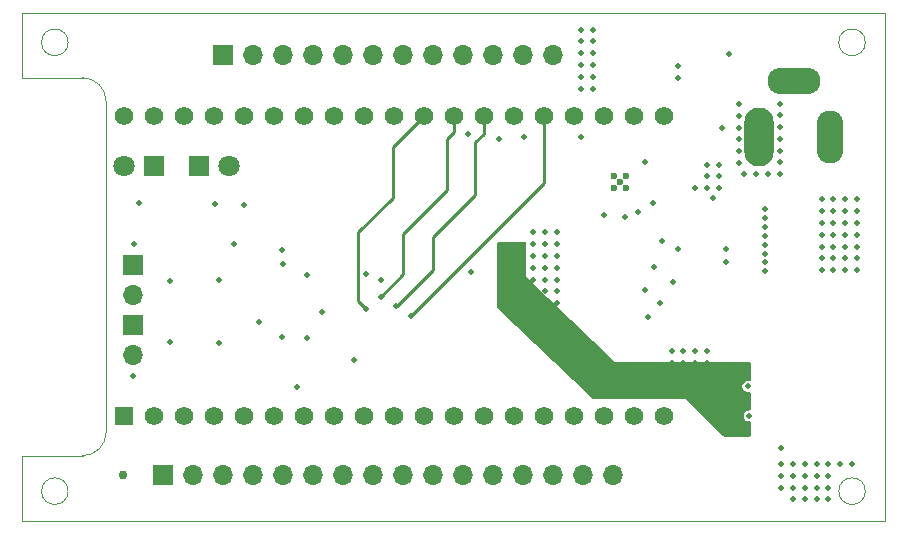
<source format=gbr>
G04 #@! TF.GenerationSoftware,KiCad,Pcbnew,5.99.0-unknown-308ab8caf~106~ubuntu18.04.1*
G04 #@! TF.CreationDate,2020-12-14T20:09:40-08:00*
G04 #@! TF.ProjectId,signal-board,7369676e-616c-42d6-926f-6172642e6b69,rev?*
G04 #@! TF.SameCoordinates,Original*
G04 #@! TF.FileFunction,Copper,L2,Inr*
G04 #@! TF.FilePolarity,Positive*
%FSLAX46Y46*%
G04 Gerber Fmt 4.6, Leading zero omitted, Abs format (unit mm)*
G04 Created by KiCad (PCBNEW 5.99.0-unknown-308ab8caf~106~ubuntu18.04.1) date 2020-12-14 20:09:40*
%MOMM*%
%LPD*%
G01*
G04 APERTURE LIST*
G04 #@! TA.AperFunction,Profile*
%ADD10C,0.100000*%
G04 #@! TD*
G04 #@! TA.AperFunction,Profile*
%ADD11C,0.120000*%
G04 #@! TD*
G04 #@! TA.AperFunction,ComponentPad*
%ADD12R,1.700000X1.700000*%
G04 #@! TD*
G04 #@! TA.AperFunction,ComponentPad*
%ADD13O,1.700000X1.700000*%
G04 #@! TD*
G04 #@! TA.AperFunction,ComponentPad*
%ADD14O,2.500000X5.000000*%
G04 #@! TD*
G04 #@! TA.AperFunction,ComponentPad*
%ADD15O,2.250000X4.500000*%
G04 #@! TD*
G04 #@! TA.AperFunction,ComponentPad*
%ADD16O,4.500000X2.250000*%
G04 #@! TD*
G04 #@! TA.AperFunction,ComponentPad*
%ADD17R,1.560000X1.560000*%
G04 #@! TD*
G04 #@! TA.AperFunction,ComponentPad*
%ADD18C,1.560000*%
G04 #@! TD*
G04 #@! TA.AperFunction,ComponentPad*
%ADD19R,1.800000X1.800000*%
G04 #@! TD*
G04 #@! TA.AperFunction,ComponentPad*
%ADD20C,1.800000*%
G04 #@! TD*
G04 #@! TA.AperFunction,ComponentPad*
%ADD21C,0.600000*%
G04 #@! TD*
G04 #@! TA.AperFunction,ViaPad*
%ADD22C,0.508000*%
G04 #@! TD*
G04 #@! TA.AperFunction,ViaPad*
%ADD23C,0.750000*%
G04 #@! TD*
G04 #@! TA.AperFunction,Conductor*
%ADD24C,0.254000*%
G04 #@! TD*
G04 APERTURE END LIST*
D10*
X170300000Y-141000000D02*
X170300000Y-98000000D01*
X170300000Y-141000000D02*
X97300000Y-141000000D01*
X97300000Y-135500000D02*
X97300000Y-141000000D01*
X104400000Y-133500000D02*
G75*
G02*
X102400000Y-135500000I-2000000J0D01*
G01*
X104400000Y-133500000D02*
X104400000Y-105500000D01*
X97300000Y-98000000D02*
X97300000Y-103500000D01*
D11*
X101175000Y-138500000D02*
G75*
G03*
X101175000Y-138500000I-1125000J0D01*
G01*
D10*
X102400000Y-103500000D02*
G75*
G02*
X104400000Y-105500000I0J-2000000D01*
G01*
D11*
X101175000Y-100500000D02*
G75*
G03*
X101175000Y-100500000I-1125000J0D01*
G01*
X97300000Y-98000000D02*
X170300000Y-98000000D01*
X168675000Y-138500000D02*
G75*
G03*
X168675000Y-138500000I-1125000J0D01*
G01*
D10*
X102400000Y-135500000D02*
X97300000Y-135500000D01*
D11*
X168675000Y-100500000D02*
G75*
G03*
X168675000Y-100500000I-1125000J0D01*
G01*
D10*
X102400000Y-103500000D02*
X97300000Y-103500000D01*
D12*
G04 #@! TO.N,+3V3*
G04 #@! TO.C,J4*
X109220000Y-137160000D03*
D13*
G04 #@! TO.N,/en*
X111760000Y-137160000D03*
G04 #@! TO.N,/sensor_vp*
X114300000Y-137160000D03*
G04 #@! TO.N,/sensor_vn*
X116840000Y-137160000D03*
G04 #@! TO.N,/io34*
X119380000Y-137160000D03*
G04 #@! TO.N,/io35*
X121920000Y-137160000D03*
G04 #@! TO.N,/io25*
X124460000Y-137160000D03*
G04 #@! TO.N,/uart_tx*
X127000000Y-137160000D03*
G04 #@! TO.N,/uart_rx*
X129540000Y-137160000D03*
G04 #@! TO.N,/vspi_mosi*
X132080000Y-137160000D03*
G04 #@! TO.N,/vspi_miso*
X134620000Y-137160000D03*
G04 #@! TO.N,/vspi_clk*
X137160000Y-137160000D03*
G04 #@! TO.N,/vspi_cs*
X139700000Y-137160000D03*
G04 #@! TO.N,GND*
X142240000Y-137160000D03*
G04 #@! TO.N,+5V*
X144780000Y-137160000D03*
G04 #@! TO.N,/3-12V_UNFUSED*
X147320000Y-137160000D03*
G04 #@! TD*
D14*
G04 #@! TO.N,/3-12V_UNFUSED*
G04 #@! TO.C,J1*
X159675000Y-108475000D03*
D15*
G04 #@! TO.N,GND*
X165675000Y-108475000D03*
D16*
X162675000Y-103775000D03*
G04 #@! TD*
D12*
G04 #@! TO.N,/i2c_scl*
G04 #@! TO.C,J2*
X114300000Y-101600000D03*
D13*
G04 #@! TO.N,/i2c_sda*
X116840000Y-101600000D03*
G04 #@! TO.N,GND*
X119380000Y-101600000D03*
G04 #@! TO.N,/pixels_8*
X121920000Y-101600000D03*
G04 #@! TO.N,/pixels_7*
X124460000Y-101600000D03*
G04 #@! TO.N,/pixels_6*
X127000000Y-101600000D03*
G04 #@! TO.N,/pixels_5*
X129540000Y-101600000D03*
G04 #@! TO.N,/pixels_4*
X132080000Y-101600000D03*
G04 #@! TO.N,/pixels_3*
X134620000Y-101600000D03*
G04 #@! TO.N,/pixels_2*
X137160000Y-101600000D03*
G04 #@! TO.N,/pixels_1*
X139700000Y-101600000D03*
G04 #@! TO.N,GND*
X142240000Y-101600000D03*
G04 #@! TD*
D17*
G04 #@! TO.N,+3V3*
G04 #@! TO.C,U2*
X105890000Y-132100000D03*
D18*
G04 #@! TO.N,/en*
X108430000Y-132100000D03*
G04 #@! TO.N,/sensor_vp*
X110970000Y-132100000D03*
G04 #@! TO.N,/sensor_vn*
X113510000Y-132100000D03*
G04 #@! TO.N,/io34*
X116050000Y-132100000D03*
G04 #@! TO.N,/io35*
X118590000Y-132100000D03*
G04 #@! TO.N,N/C*
X121130000Y-132100000D03*
X123670000Y-132100000D03*
G04 #@! TO.N,/io25*
X126210000Y-132100000D03*
G04 #@! TO.N,/level_shift_4*
X128750000Y-132100000D03*
G04 #@! TO.N,/level_shift_3*
X131290000Y-132100000D03*
G04 #@! TO.N,/status_led*
X133830000Y-132100000D03*
G04 #@! TO.N,/level_shift_2*
X136370000Y-132100000D03*
G04 #@! TO.N,GND*
X138910000Y-132100000D03*
G04 #@! TO.N,/level_shift_1*
X141450000Y-132100000D03*
G04 #@! TO.N,N/C*
X143990000Y-132100000D03*
X146530000Y-132100000D03*
X149070000Y-132100000D03*
G04 #@! TO.N,+5V*
X151610000Y-132100000D03*
G04 #@! TO.N,GND*
X105890000Y-106700000D03*
G04 #@! TO.N,/vspi_mosi*
X108430000Y-106700000D03*
G04 #@! TO.N,/i2c_scl*
X110970000Y-106700000D03*
G04 #@! TO.N,/uart_tx*
X113510000Y-106700000D03*
G04 #@! TO.N,/uart_rx*
X116050000Y-106700000D03*
G04 #@! TO.N,/i2c_sda*
X118590000Y-106700000D03*
G04 #@! TO.N,GND*
X121130000Y-106700000D03*
G04 #@! TO.N,/vspi_miso*
X123670000Y-106700000D03*
G04 #@! TO.N,/vspi_clk*
X126210000Y-106700000D03*
G04 #@! TO.N,/vspi_cs*
X128750000Y-106700000D03*
G04 #@! TO.N,/level_shift_8*
X131290000Y-106700000D03*
G04 #@! TO.N,/level_shift_7*
X133830000Y-106700000D03*
G04 #@! TO.N,/level_shift_6*
X136370000Y-106700000D03*
G04 #@! TO.N,/button_2*
X138910000Y-106700000D03*
G04 #@! TO.N,/level_shift_5*
X141450000Y-106700000D03*
G04 #@! TO.N,/button_1*
X143990000Y-106700000D03*
G04 #@! TO.N,N/C*
X146530000Y-106700000D03*
X149070000Y-106700000D03*
X151610000Y-106700000D03*
G04 #@! TD*
D19*
G04 #@! TO.N,Net-(D2-Pad1)*
G04 #@! TO.C,D2*
X112268000Y-110998000D03*
D20*
G04 #@! TO.N,/status_led*
X114808000Y-110998000D03*
G04 #@! TD*
D19*
G04 #@! TO.N,Net-(D1-Pad1)*
G04 #@! TO.C,D1*
X108458000Y-110998000D03*
D20*
G04 #@! TO.N,+3V3*
X105918000Y-110998000D03*
G04 #@! TD*
D12*
G04 #@! TO.N,GND*
G04 #@! TO.C,J5*
X106680000Y-124460000D03*
D13*
G04 #@! TO.N,Net-(J5-Pad2)*
X106680000Y-127000000D03*
G04 #@! TD*
D21*
G04 #@! TO.N,GND*
G04 #@! TO.C,U1*
X147917100Y-112320600D03*
X147417100Y-112820600D03*
X148417100Y-112820600D03*
X148417100Y-111820600D03*
X147417100Y-111820600D03*
G04 #@! TD*
D12*
G04 #@! TO.N,GND*
G04 #@! TO.C,J6*
X106680000Y-119380000D03*
D13*
G04 #@! TO.N,Net-(J6-Pad2)*
X106680000Y-121920000D03*
G04 #@! TD*
D22*
G04 #@! TO.N,GND*
X155273000Y-126644400D03*
X140579600Y-116586000D03*
X161544000Y-136192000D03*
X109829600Y-120675400D03*
X166973000Y-114792000D03*
X166973000Y-115792000D03*
X142579600Y-116586000D03*
X144602200Y-100415600D03*
X166973000Y-116792000D03*
X142579600Y-118586000D03*
X144602200Y-104415600D03*
X141579600Y-117586000D03*
X152400000Y-120802400D03*
X163544000Y-137192000D03*
X156921200Y-119075200D03*
X167973000Y-116792000D03*
X141579600Y-119586000D03*
X141579600Y-116586000D03*
X162544000Y-139192000D03*
X152273000Y-126644400D03*
X145602200Y-104415600D03*
X117348000Y-124155200D03*
X145602200Y-103415600D03*
X156244800Y-110845600D03*
X165973000Y-118792000D03*
X164973000Y-119792000D03*
X144602200Y-102415600D03*
X141579600Y-120586000D03*
X145602200Y-101415600D03*
X164544000Y-139192000D03*
X165973000Y-114792000D03*
X140579600Y-119586000D03*
X155244800Y-112845600D03*
X113588800Y-114147600D03*
X164544000Y-136192000D03*
X164973000Y-117792000D03*
X119380000Y-119253000D03*
X166973000Y-117792000D03*
X106654600Y-128727200D03*
X163544000Y-136192000D03*
X167973000Y-113792000D03*
X139801600Y-108483400D03*
X145602200Y-99415600D03*
X165544000Y-139192000D03*
X156895800Y-118033800D03*
X144627600Y-108483400D03*
X166973000Y-113792000D03*
X164973000Y-118792000D03*
X142579600Y-121586000D03*
X164544000Y-137192000D03*
X113969800Y-125958600D03*
X155273000Y-127644400D03*
X109829600Y-125857000D03*
X167973000Y-114792000D03*
X164544000Y-138192000D03*
X156244800Y-112845600D03*
X163544000Y-139192000D03*
X162544000Y-138192000D03*
X166973000Y-119792000D03*
X161544000Y-134874000D03*
X144602200Y-99415600D03*
X122656600Y-123367800D03*
X141579600Y-121586000D03*
X165973000Y-113792000D03*
X145719800Y-130378200D03*
X145602200Y-100415600D03*
X140579600Y-118586000D03*
X141579600Y-122586000D03*
X164973000Y-115792000D03*
X152273000Y-127644400D03*
X144602200Y-103415600D03*
X154273000Y-126644400D03*
X165973000Y-119792000D03*
X144602200Y-101415600D03*
X165973000Y-116792000D03*
X165973000Y-117792000D03*
X167973000Y-117792000D03*
X120523000Y-129641600D03*
X142579600Y-117586000D03*
X161544000Y-137192000D03*
X162544000Y-136192000D03*
X167544000Y-136192000D03*
X167973000Y-118792000D03*
X164973000Y-116792000D03*
X150774400Y-119481600D03*
X166544000Y-136192000D03*
X142579600Y-119586000D03*
X155244800Y-110845600D03*
X165544000Y-138192000D03*
X142579600Y-120586000D03*
X140579600Y-117586000D03*
X116052600Y-114249200D03*
X115189000Y-117602000D03*
X164973000Y-113792000D03*
X166973000Y-118792000D03*
X140579600Y-121586000D03*
X107162600Y-114071400D03*
X106730800Y-117576600D03*
X154273000Y-127644400D03*
X153273000Y-126644400D03*
X153273000Y-127644400D03*
X142579600Y-122586000D03*
X153339800Y-130276600D03*
X113919000Y-120599200D03*
X135280400Y-119938800D03*
X165973000Y-115792000D03*
X155244800Y-111845600D03*
X162544000Y-137192000D03*
X154244800Y-112845600D03*
X119253000Y-118059200D03*
X140579600Y-120586000D03*
X145602200Y-102415600D03*
X156244800Y-111845600D03*
X138150600Y-123164600D03*
X161544000Y-138192000D03*
X167973000Y-115792000D03*
X125349000Y-127381000D03*
X165544000Y-136192000D03*
X163544000Y-138192000D03*
X164973000Y-114792000D03*
X167973000Y-119792000D03*
X165544000Y-137192000D03*
X151333200Y-122605800D03*
X141579600Y-118586000D03*
D23*
X105850000Y-137100000D03*
D22*
X119253000Y-125476000D03*
G04 #@! TO.N,+3V3*
X121398000Y-125531000D03*
X121384200Y-120165000D03*
G04 #@! TO.N,/button_2*
X126365000Y-120142000D03*
G04 #@! TO.N,/button_1*
X127635000Y-120650000D03*
G04 #@! TO.N,/pixels_2*
X158825000Y-132125000D03*
X135051800Y-108280200D03*
G04 #@! TO.N,/pixels_1*
X158725000Y-129625000D03*
X137668000Y-108712000D03*
G04 #@! TO.N,/level_shift_5*
X130175000Y-123698000D03*
G04 #@! TO.N,/level_shift_6*
X128905000Y-122809000D03*
G04 #@! TO.N,/level_shift_7*
X127635000Y-122047000D03*
G04 #@! TO.N,/level_shift_8*
X126365000Y-123063000D03*
G04 #@! TO.N,Net-(C3-Pad1)*
X151460200Y-117297200D03*
X150672800Y-114096800D03*
G04 #@! TO.N,Net-(C16-Pad1)*
X157149800Y-101473000D03*
X152781000Y-102489000D03*
G04 #@! TO.N,/TPS_FEEDBACK*
X148365666Y-115311734D03*
X150317200Y-123723400D03*
G04 #@! TO.N,/5V_Out_PG*
X150063200Y-121488200D03*
X155800200Y-113662600D03*
X152857200Y-118008400D03*
X150063200Y-110642400D03*
G04 #@! TO.N,/3-12V_UNFUSED*
X158417000Y-111664000D03*
X157962600Y-107714800D03*
X157962600Y-109714800D03*
X161417000Y-105714800D03*
X161417000Y-106664000D03*
X160197800Y-116130200D03*
X157962600Y-106714800D03*
X159417000Y-111664000D03*
X160197800Y-119880200D03*
X160197800Y-116880200D03*
X160197800Y-118380200D03*
X161417000Y-107664000D03*
X157962600Y-105714800D03*
X160417000Y-111664000D03*
X161417000Y-110664000D03*
X161417000Y-108664000D03*
X160197800Y-119130200D03*
X160197800Y-115380200D03*
X161417000Y-111664000D03*
X160197800Y-117630200D03*
X161417000Y-109664000D03*
X157962600Y-108714800D03*
X160197800Y-114630200D03*
X157962600Y-110714800D03*
G04 #@! TO.N,Net-(C15-Pad1)*
X156514800Y-107772200D03*
X152781000Y-103479600D03*
G04 #@! TO.N,VCC*
X149428200Y-114884200D03*
X146558000Y-115112800D03*
G04 #@! TD*
D24*
G04 #@! TO.N,/level_shift_5*
X141450000Y-106700000D02*
X141450000Y-112423000D01*
X141450000Y-112423000D02*
X130175000Y-123698000D01*
G04 #@! TO.N,/level_shift_6*
X129032000Y-122809000D02*
X128905000Y-122809000D01*
X135636000Y-113411000D02*
X132080000Y-116967000D01*
X135636000Y-108966000D02*
X135636000Y-113411000D01*
X132080000Y-116967000D02*
X132080000Y-119761000D01*
X132080000Y-119761000D02*
X129032000Y-122809000D01*
X136370000Y-108232000D02*
X135636000Y-108966000D01*
X136370000Y-106700000D02*
X136370000Y-108232000D01*
G04 #@! TO.N,/level_shift_7*
X129540000Y-120142000D02*
X127635000Y-122047000D01*
X133223000Y-108712000D02*
X133223000Y-113030000D01*
X133830000Y-106700000D02*
X133830000Y-108105000D01*
X133830000Y-108105000D02*
X133223000Y-108712000D01*
X133223000Y-113030000D02*
X129540000Y-116713000D01*
X129540000Y-116713000D02*
X129540000Y-120142000D01*
G04 #@! TO.N,/level_shift_8*
X131290000Y-106700000D02*
X128651000Y-109339000D01*
X125730000Y-116586000D02*
X125730000Y-122428000D01*
X128651000Y-109339000D02*
X128651000Y-113157000D01*
X125730000Y-122428000D02*
X126365000Y-123063000D01*
X128651000Y-113665000D02*
X125730000Y-116586000D01*
X128651000Y-113157000D02*
X128651000Y-113665000D01*
G04 #@! TD*
G04 #@! TA.AperFunction,Conductor*
G04 #@! TO.N,GND*
G36*
X139921521Y-117420002D02*
G01*
X139968014Y-117473658D01*
X139979400Y-117526000D01*
X139979400Y-120396000D01*
X147447000Y-127584200D01*
X158852600Y-127584200D01*
X158920721Y-127604202D01*
X158967214Y-127657858D01*
X158978600Y-127710200D01*
X158978600Y-129058795D01*
X158958598Y-129126916D01*
X158904942Y-129173409D01*
X158834668Y-129183513D01*
X158824149Y-129181541D01*
X158770230Y-129169043D01*
X158770227Y-129169043D01*
X158761052Y-129166916D01*
X158751657Y-129167581D01*
X158751654Y-129167581D01*
X158634164Y-129175900D01*
X158634162Y-129175901D01*
X158624763Y-129176566D01*
X158615976Y-129179966D01*
X158615974Y-129179966D01*
X158606806Y-129183513D01*
X158497337Y-129225864D01*
X158390039Y-129310451D01*
X158312356Y-129422848D01*
X158271157Y-129553118D01*
X158270084Y-129689744D01*
X158272783Y-129698768D01*
X158272783Y-129698770D01*
X158306533Y-129811623D01*
X158306535Y-129811626D01*
X158309232Y-129820646D01*
X158385140Y-129934249D01*
X158491095Y-130020511D01*
X158617732Y-130071804D01*
X158627117Y-130072617D01*
X158627118Y-130072617D01*
X158744472Y-130082781D01*
X158744475Y-130082781D01*
X158753852Y-130083593D01*
X158763053Y-130081612D01*
X158763055Y-130081612D01*
X158826081Y-130068043D01*
X158896886Y-130073260D01*
X158953630Y-130115929D01*
X158978298Y-130182502D01*
X158978600Y-130191221D01*
X158978600Y-131541266D01*
X158958598Y-131609387D01*
X158904942Y-131655880D01*
X158860823Y-131663687D01*
X158861052Y-131666916D01*
X158734164Y-131675900D01*
X158734162Y-131675901D01*
X158724763Y-131676566D01*
X158715976Y-131679966D01*
X158715974Y-131679966D01*
X158669960Y-131697768D01*
X158597337Y-131725864D01*
X158490039Y-131810451D01*
X158412356Y-131922848D01*
X158371157Y-132053118D01*
X158370084Y-132189744D01*
X158372783Y-132198768D01*
X158372783Y-132198770D01*
X158406533Y-132311623D01*
X158406535Y-132311626D01*
X158409232Y-132320646D01*
X158485140Y-132434249D01*
X158591095Y-132520511D01*
X158717732Y-132571804D01*
X158727117Y-132572617D01*
X158727118Y-132572617D01*
X158751955Y-132574768D01*
X158844930Y-132582820D01*
X158844933Y-132582821D01*
X158853852Y-132583593D01*
X158853746Y-132584817D01*
X158913933Y-132598453D01*
X158963702Y-132649085D01*
X158978600Y-132708518D01*
X158978600Y-133757400D01*
X158958598Y-133825521D01*
X158904942Y-133872014D01*
X158852600Y-133883400D01*
X156744501Y-133883400D01*
X156676380Y-133863398D01*
X156655756Y-133846844D01*
X155371496Y-132572617D01*
X153441400Y-130657600D01*
X145643223Y-130657600D01*
X145575102Y-130637598D01*
X145556298Y-130622814D01*
X137529373Y-122973331D01*
X137493858Y-122911856D01*
X137490298Y-122881888D01*
X137494809Y-120403137D01*
X137500000Y-117550000D01*
X137500000Y-117526000D01*
X137520002Y-117457879D01*
X137573658Y-117411386D01*
X137626000Y-117400000D01*
X139853400Y-117400000D01*
X139921521Y-117420002D01*
G37*
G04 #@! TD.AperFunction*
G04 #@! TD*
M02*

</source>
